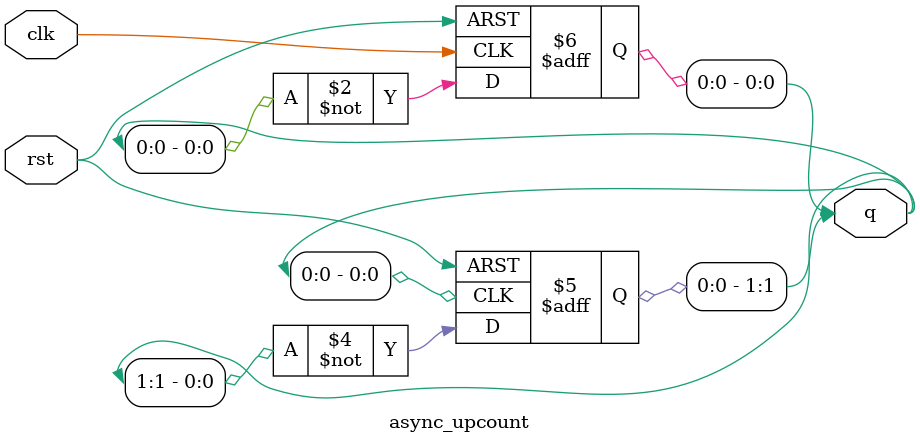
<source format=v>
`timescale 1ns / 1ps


module async_upcount (input clk,rst,output reg [1:0] q);
 always @(negedge clk or posedge rst)
  begin
  if(rst)
    q[0] <= 0;
  else
    q[0] <= ~q[0];
  end 
 
 always @(negedge q[0] or posedge rst)
  begin
  if(rst)
    q[1] <= 0;
  else
    q[1] <= ~q[1];
  end 
endmodule
</source>
